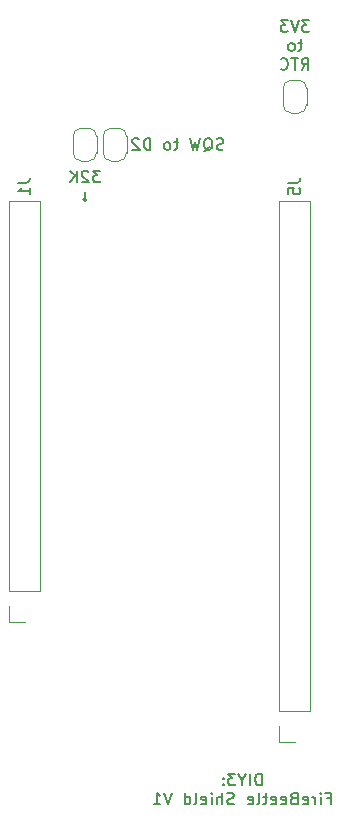
<source format=gbr>
%TF.GenerationSoftware,KiCad,Pcbnew,(6.0.4)*%
%TF.CreationDate,2022-04-21T22:00:58-04:00*%
%TF.ProjectId,firebeetle-shield,66697265-6265-4657-946c-652d73686965,rev?*%
%TF.SameCoordinates,Original*%
%TF.FileFunction,Legend,Bot*%
%TF.FilePolarity,Positive*%
%FSLAX46Y46*%
G04 Gerber Fmt 4.6, Leading zero omitted, Abs format (unit mm)*
G04 Created by KiCad (PCBNEW (6.0.4)) date 2022-04-21 22:00:58*
%MOMM*%
%LPD*%
G01*
G04 APERTURE LIST*
%ADD10C,0.150000*%
%ADD11C,0.120000*%
G04 APERTURE END LIST*
D10*
X120381142Y-115508761D02*
X120238285Y-115556380D01*
X120000190Y-115556380D01*
X119904952Y-115508761D01*
X119857333Y-115461142D01*
X119809714Y-115365904D01*
X119809714Y-115270666D01*
X119857333Y-115175428D01*
X119904952Y-115127809D01*
X120000190Y-115080190D01*
X120190666Y-115032571D01*
X120285904Y-114984952D01*
X120333523Y-114937333D01*
X120381142Y-114842095D01*
X120381142Y-114746857D01*
X120333523Y-114651619D01*
X120285904Y-114604000D01*
X120190666Y-114556380D01*
X119952571Y-114556380D01*
X119809714Y-114604000D01*
X118714476Y-115651619D02*
X118809714Y-115604000D01*
X118904952Y-115508761D01*
X119047809Y-115365904D01*
X119143047Y-115318285D01*
X119238285Y-115318285D01*
X119190666Y-115556380D02*
X119285904Y-115508761D01*
X119381142Y-115413523D01*
X119428761Y-115223047D01*
X119428761Y-114889714D01*
X119381142Y-114699238D01*
X119285904Y-114604000D01*
X119190666Y-114556380D01*
X119000190Y-114556380D01*
X118904952Y-114604000D01*
X118809714Y-114699238D01*
X118762095Y-114889714D01*
X118762095Y-115223047D01*
X118809714Y-115413523D01*
X118904952Y-115508761D01*
X119000190Y-115556380D01*
X119190666Y-115556380D01*
X118428761Y-114556380D02*
X118190666Y-115556380D01*
X118000190Y-114842095D01*
X117809714Y-115556380D01*
X117571619Y-114556380D01*
X116571619Y-114889714D02*
X116190666Y-114889714D01*
X116428761Y-114556380D02*
X116428761Y-115413523D01*
X116381142Y-115508761D01*
X116285904Y-115556380D01*
X116190666Y-115556380D01*
X115714476Y-115556380D02*
X115809714Y-115508761D01*
X115857333Y-115461142D01*
X115904952Y-115365904D01*
X115904952Y-115080190D01*
X115857333Y-114984952D01*
X115809714Y-114937333D01*
X115714476Y-114889714D01*
X115571619Y-114889714D01*
X115476380Y-114937333D01*
X115428761Y-114984952D01*
X115381142Y-115080190D01*
X115381142Y-115365904D01*
X115428761Y-115461142D01*
X115476380Y-115508761D01*
X115571619Y-115556380D01*
X115714476Y-115556380D01*
X114190666Y-115556380D02*
X114190666Y-114556380D01*
X113952571Y-114556380D01*
X113809714Y-114604000D01*
X113714476Y-114699238D01*
X113666857Y-114794476D01*
X113619238Y-114984952D01*
X113619238Y-115127809D01*
X113666857Y-115318285D01*
X113714476Y-115413523D01*
X113809714Y-115508761D01*
X113952571Y-115556380D01*
X114190666Y-115556380D01*
X113238285Y-114651619D02*
X113190666Y-114604000D01*
X113095428Y-114556380D01*
X112857333Y-114556380D01*
X112762095Y-114604000D01*
X112714476Y-114651619D01*
X112666857Y-114746857D01*
X112666857Y-114842095D01*
X112714476Y-114984952D01*
X113285904Y-115556380D01*
X112666857Y-115556380D01*
X123642857Y-169361380D02*
X123642857Y-168361380D01*
X123404761Y-168361380D01*
X123261904Y-168409000D01*
X123166666Y-168504238D01*
X123119047Y-168599476D01*
X123071428Y-168789952D01*
X123071428Y-168932809D01*
X123119047Y-169123285D01*
X123166666Y-169218523D01*
X123261904Y-169313761D01*
X123404761Y-169361380D01*
X123642857Y-169361380D01*
X122642857Y-169361380D02*
X122642857Y-168361380D01*
X121976190Y-168885190D02*
X121976190Y-169361380D01*
X122309523Y-168361380D02*
X121976190Y-168885190D01*
X121642857Y-168361380D01*
X121404761Y-168361380D02*
X120785714Y-168361380D01*
X121119047Y-168742333D01*
X120976190Y-168742333D01*
X120880952Y-168789952D01*
X120833333Y-168837571D01*
X120785714Y-168932809D01*
X120785714Y-169170904D01*
X120833333Y-169266142D01*
X120880952Y-169313761D01*
X120976190Y-169361380D01*
X121261904Y-169361380D01*
X121357142Y-169313761D01*
X121404761Y-169266142D01*
X120357142Y-169266142D02*
X120309523Y-169313761D01*
X120357142Y-169361380D01*
X120404761Y-169313761D01*
X120357142Y-169266142D01*
X120357142Y-169361380D01*
X120357142Y-168742333D02*
X120309523Y-168789952D01*
X120357142Y-168837571D01*
X120404761Y-168789952D01*
X120357142Y-168742333D01*
X120357142Y-168837571D01*
X129142857Y-170447571D02*
X129476190Y-170447571D01*
X129476190Y-170971380D02*
X129476190Y-169971380D01*
X129000000Y-169971380D01*
X128619047Y-170971380D02*
X128619047Y-170304714D01*
X128619047Y-169971380D02*
X128666666Y-170019000D01*
X128619047Y-170066619D01*
X128571428Y-170019000D01*
X128619047Y-169971380D01*
X128619047Y-170066619D01*
X128142857Y-170971380D02*
X128142857Y-170304714D01*
X128142857Y-170495190D02*
X128095238Y-170399952D01*
X128047619Y-170352333D01*
X127952380Y-170304714D01*
X127857142Y-170304714D01*
X127142857Y-170923761D02*
X127238095Y-170971380D01*
X127428571Y-170971380D01*
X127523809Y-170923761D01*
X127571428Y-170828523D01*
X127571428Y-170447571D01*
X127523809Y-170352333D01*
X127428571Y-170304714D01*
X127238095Y-170304714D01*
X127142857Y-170352333D01*
X127095238Y-170447571D01*
X127095238Y-170542809D01*
X127571428Y-170638047D01*
X126333333Y-170447571D02*
X126190476Y-170495190D01*
X126142857Y-170542809D01*
X126095238Y-170638047D01*
X126095238Y-170780904D01*
X126142857Y-170876142D01*
X126190476Y-170923761D01*
X126285714Y-170971380D01*
X126666666Y-170971380D01*
X126666666Y-169971380D01*
X126333333Y-169971380D01*
X126238095Y-170019000D01*
X126190476Y-170066619D01*
X126142857Y-170161857D01*
X126142857Y-170257095D01*
X126190476Y-170352333D01*
X126238095Y-170399952D01*
X126333333Y-170447571D01*
X126666666Y-170447571D01*
X125285714Y-170923761D02*
X125380952Y-170971380D01*
X125571428Y-170971380D01*
X125666666Y-170923761D01*
X125714285Y-170828523D01*
X125714285Y-170447571D01*
X125666666Y-170352333D01*
X125571428Y-170304714D01*
X125380952Y-170304714D01*
X125285714Y-170352333D01*
X125238095Y-170447571D01*
X125238095Y-170542809D01*
X125714285Y-170638047D01*
X124428571Y-170923761D02*
X124523809Y-170971380D01*
X124714285Y-170971380D01*
X124809523Y-170923761D01*
X124857142Y-170828523D01*
X124857142Y-170447571D01*
X124809523Y-170352333D01*
X124714285Y-170304714D01*
X124523809Y-170304714D01*
X124428571Y-170352333D01*
X124380952Y-170447571D01*
X124380952Y-170542809D01*
X124857142Y-170638047D01*
X124095238Y-170304714D02*
X123714285Y-170304714D01*
X123952380Y-169971380D02*
X123952380Y-170828523D01*
X123904761Y-170923761D01*
X123809523Y-170971380D01*
X123714285Y-170971380D01*
X123238095Y-170971380D02*
X123333333Y-170923761D01*
X123380952Y-170828523D01*
X123380952Y-169971380D01*
X122476190Y-170923761D02*
X122571428Y-170971380D01*
X122761904Y-170971380D01*
X122857142Y-170923761D01*
X122904761Y-170828523D01*
X122904761Y-170447571D01*
X122857142Y-170352333D01*
X122761904Y-170304714D01*
X122571428Y-170304714D01*
X122476190Y-170352333D01*
X122428571Y-170447571D01*
X122428571Y-170542809D01*
X122904761Y-170638047D01*
X121285714Y-170923761D02*
X121142857Y-170971380D01*
X120904761Y-170971380D01*
X120809523Y-170923761D01*
X120761904Y-170876142D01*
X120714285Y-170780904D01*
X120714285Y-170685666D01*
X120761904Y-170590428D01*
X120809523Y-170542809D01*
X120904761Y-170495190D01*
X121095238Y-170447571D01*
X121190476Y-170399952D01*
X121238095Y-170352333D01*
X121285714Y-170257095D01*
X121285714Y-170161857D01*
X121238095Y-170066619D01*
X121190476Y-170019000D01*
X121095238Y-169971380D01*
X120857142Y-169971380D01*
X120714285Y-170019000D01*
X120285714Y-170971380D02*
X120285714Y-169971380D01*
X119857142Y-170971380D02*
X119857142Y-170447571D01*
X119904761Y-170352333D01*
X120000000Y-170304714D01*
X120142857Y-170304714D01*
X120238095Y-170352333D01*
X120285714Y-170399952D01*
X119380952Y-170971380D02*
X119380952Y-170304714D01*
X119380952Y-169971380D02*
X119428571Y-170019000D01*
X119380952Y-170066619D01*
X119333333Y-170019000D01*
X119380952Y-169971380D01*
X119380952Y-170066619D01*
X118523809Y-170923761D02*
X118619047Y-170971380D01*
X118809523Y-170971380D01*
X118904761Y-170923761D01*
X118952380Y-170828523D01*
X118952380Y-170447571D01*
X118904761Y-170352333D01*
X118809523Y-170304714D01*
X118619047Y-170304714D01*
X118523809Y-170352333D01*
X118476190Y-170447571D01*
X118476190Y-170542809D01*
X118952380Y-170638047D01*
X117904761Y-170971380D02*
X118000000Y-170923761D01*
X118047619Y-170828523D01*
X118047619Y-169971380D01*
X117095238Y-170971380D02*
X117095238Y-169971380D01*
X117095238Y-170923761D02*
X117190476Y-170971380D01*
X117380952Y-170971380D01*
X117476190Y-170923761D01*
X117523809Y-170876142D01*
X117571428Y-170780904D01*
X117571428Y-170495190D01*
X117523809Y-170399952D01*
X117476190Y-170352333D01*
X117380952Y-170304714D01*
X117190476Y-170304714D01*
X117095238Y-170352333D01*
X116000000Y-169971380D02*
X115666666Y-170971380D01*
X115333333Y-169971380D01*
X114476190Y-170971380D02*
X115047619Y-170971380D01*
X114761904Y-170971380D02*
X114761904Y-169971380D01*
X114857142Y-170114238D01*
X114952380Y-170209476D01*
X115047619Y-170257095D01*
X127668095Y-104564380D02*
X127049047Y-104564380D01*
X127382380Y-104945333D01*
X127239523Y-104945333D01*
X127144285Y-104992952D01*
X127096666Y-105040571D01*
X127049047Y-105135809D01*
X127049047Y-105373904D01*
X127096666Y-105469142D01*
X127144285Y-105516761D01*
X127239523Y-105564380D01*
X127525238Y-105564380D01*
X127620476Y-105516761D01*
X127668095Y-105469142D01*
X126763333Y-104564380D02*
X126430000Y-105564380D01*
X126096666Y-104564380D01*
X125858571Y-104564380D02*
X125239523Y-104564380D01*
X125572857Y-104945333D01*
X125430000Y-104945333D01*
X125334761Y-104992952D01*
X125287142Y-105040571D01*
X125239523Y-105135809D01*
X125239523Y-105373904D01*
X125287142Y-105469142D01*
X125334761Y-105516761D01*
X125430000Y-105564380D01*
X125715714Y-105564380D01*
X125810952Y-105516761D01*
X125858571Y-105469142D01*
X127072857Y-106507714D02*
X126691904Y-106507714D01*
X126930000Y-106174380D02*
X126930000Y-107031523D01*
X126882380Y-107126761D01*
X126787142Y-107174380D01*
X126691904Y-107174380D01*
X126215714Y-107174380D02*
X126310952Y-107126761D01*
X126358571Y-107079142D01*
X126406190Y-106983904D01*
X126406190Y-106698190D01*
X126358571Y-106602952D01*
X126310952Y-106555333D01*
X126215714Y-106507714D01*
X126072857Y-106507714D01*
X125977619Y-106555333D01*
X125930000Y-106602952D01*
X125882380Y-106698190D01*
X125882380Y-106983904D01*
X125930000Y-107079142D01*
X125977619Y-107126761D01*
X126072857Y-107174380D01*
X126215714Y-107174380D01*
X127001428Y-108784380D02*
X127334761Y-108308190D01*
X127572857Y-108784380D02*
X127572857Y-107784380D01*
X127191904Y-107784380D01*
X127096666Y-107832000D01*
X127049047Y-107879619D01*
X127001428Y-107974857D01*
X127001428Y-108117714D01*
X127049047Y-108212952D01*
X127096666Y-108260571D01*
X127191904Y-108308190D01*
X127572857Y-108308190D01*
X126715714Y-107784380D02*
X126144285Y-107784380D01*
X126430000Y-108784380D02*
X126430000Y-107784380D01*
X125239523Y-108689142D02*
X125287142Y-108736761D01*
X125430000Y-108784380D01*
X125525238Y-108784380D01*
X125668095Y-108736761D01*
X125763333Y-108641523D01*
X125810952Y-108546285D01*
X125858571Y-108355809D01*
X125858571Y-108212952D01*
X125810952Y-108022476D01*
X125763333Y-107927238D01*
X125668095Y-107832000D01*
X125525238Y-107784380D01*
X125430000Y-107784380D01*
X125287142Y-107832000D01*
X125239523Y-107879619D01*
X109959523Y-117307380D02*
X109340476Y-117307380D01*
X109673809Y-117688333D01*
X109530952Y-117688333D01*
X109435714Y-117735952D01*
X109388095Y-117783571D01*
X109340476Y-117878809D01*
X109340476Y-118116904D01*
X109388095Y-118212142D01*
X109435714Y-118259761D01*
X109530952Y-118307380D01*
X109816666Y-118307380D01*
X109911904Y-118259761D01*
X109959523Y-118212142D01*
X108959523Y-117402619D02*
X108911904Y-117355000D01*
X108816666Y-117307380D01*
X108578571Y-117307380D01*
X108483333Y-117355000D01*
X108435714Y-117402619D01*
X108388095Y-117497857D01*
X108388095Y-117593095D01*
X108435714Y-117735952D01*
X109007142Y-118307380D01*
X108388095Y-118307380D01*
X107959523Y-118307380D02*
X107959523Y-117307380D01*
X107388095Y-118307380D02*
X107816666Y-117735952D01*
X107388095Y-117307380D02*
X107959523Y-117878809D01*
X108650000Y-119155476D02*
X108650000Y-119917380D01*
X108459523Y-119726904D02*
X108650000Y-119917380D01*
X108840476Y-119726904D01*
%TO.C,J5*%
X125882380Y-118326666D02*
X126596666Y-118326666D01*
X126739523Y-118279047D01*
X126834761Y-118183809D01*
X126882380Y-118040952D01*
X126882380Y-117945714D01*
X125882380Y-119279047D02*
X125882380Y-118802857D01*
X126358571Y-118755238D01*
X126310952Y-118802857D01*
X126263333Y-118898095D01*
X126263333Y-119136190D01*
X126310952Y-119231428D01*
X126358571Y-119279047D01*
X126453809Y-119326666D01*
X126691904Y-119326666D01*
X126787142Y-119279047D01*
X126834761Y-119231428D01*
X126882380Y-119136190D01*
X126882380Y-118898095D01*
X126834761Y-118802857D01*
X126787142Y-118755238D01*
%TO.C,J1*%
X102997380Y-118326666D02*
X103711666Y-118326666D01*
X103854523Y-118279047D01*
X103949761Y-118183809D01*
X103997380Y-118040952D01*
X103997380Y-117945714D01*
X103997380Y-119326666D02*
X103997380Y-118755238D01*
X103997380Y-119040952D02*
X102997380Y-119040952D01*
X103140238Y-118945714D01*
X103235476Y-118850476D01*
X103283095Y-118755238D01*
D11*
%TO.C,JP2*%
X110190000Y-114404000D02*
X110190000Y-115804000D01*
X111490000Y-113704000D02*
X110890000Y-113704000D01*
X110890000Y-116504000D02*
X111490000Y-116504000D01*
X112190000Y-115804000D02*
X112190000Y-114404000D01*
X110190000Y-115804000D02*
G75*
G03*
X110890000Y-116504000I700000J0D01*
G01*
X112190000Y-114404000D02*
G75*
G03*
X111490000Y-113704000I-699999J1D01*
G01*
X111490000Y-116504000D02*
G75*
G03*
X112190000Y-115804000I0J700000D01*
G01*
X110890000Y-113704000D02*
G75*
G03*
X110190000Y-114404000I-1J-699999D01*
G01*
%TO.C,J5*%
X127735000Y-163100000D02*
X127735000Y-119860000D01*
X125075000Y-119860000D02*
X127735000Y-119860000D01*
X125075000Y-164370000D02*
X125075000Y-165700000D01*
X125075000Y-165700000D02*
X126405000Y-165700000D01*
X125075000Y-163100000D02*
X125075000Y-119860000D01*
X125075000Y-163100000D02*
X127735000Y-163100000D01*
%TO.C,JP3*%
X126130000Y-112440000D02*
X126730000Y-112440000D01*
X125430000Y-110340000D02*
X125430000Y-111740000D01*
X127430000Y-111740000D02*
X127430000Y-110340000D01*
X126730000Y-109640000D02*
X126130000Y-109640000D01*
X127430000Y-110340000D02*
G75*
G03*
X126730000Y-109640000I-700000J0D01*
G01*
X125430000Y-111740000D02*
G75*
G03*
X126130000Y-112440000I699999J-1D01*
G01*
X126130000Y-109640000D02*
G75*
G03*
X125430000Y-110340000I0J-700000D01*
G01*
X126730000Y-112440000D02*
G75*
G03*
X127430000Y-111740000I1J699999D01*
G01*
%TO.C,J1*%
X102215000Y-152940000D02*
X102215000Y-119860000D01*
X104875000Y-152940000D02*
X104875000Y-119860000D01*
X102215000Y-155540000D02*
X103545000Y-155540000D01*
X102215000Y-154210000D02*
X102215000Y-155540000D01*
X102215000Y-119860000D02*
X104875000Y-119860000D01*
X102215000Y-152940000D02*
X104875000Y-152940000D01*
%TO.C,JP1*%
X107650000Y-114404000D02*
X107650000Y-115804000D01*
X108950000Y-113704000D02*
X108350000Y-113704000D01*
X108350000Y-116504000D02*
X108950000Y-116504000D01*
X109650000Y-115804000D02*
X109650000Y-114404000D01*
X108350000Y-113704000D02*
G75*
G03*
X107650000Y-114404000I-1J-699999D01*
G01*
X107650000Y-115804000D02*
G75*
G03*
X108350000Y-116504000I700000J0D01*
G01*
X108950000Y-116504000D02*
G75*
G03*
X109650000Y-115804000I0J700000D01*
G01*
X109650000Y-114404000D02*
G75*
G03*
X108950000Y-113704000I-699999J1D01*
G01*
%TD*%
M02*

</source>
